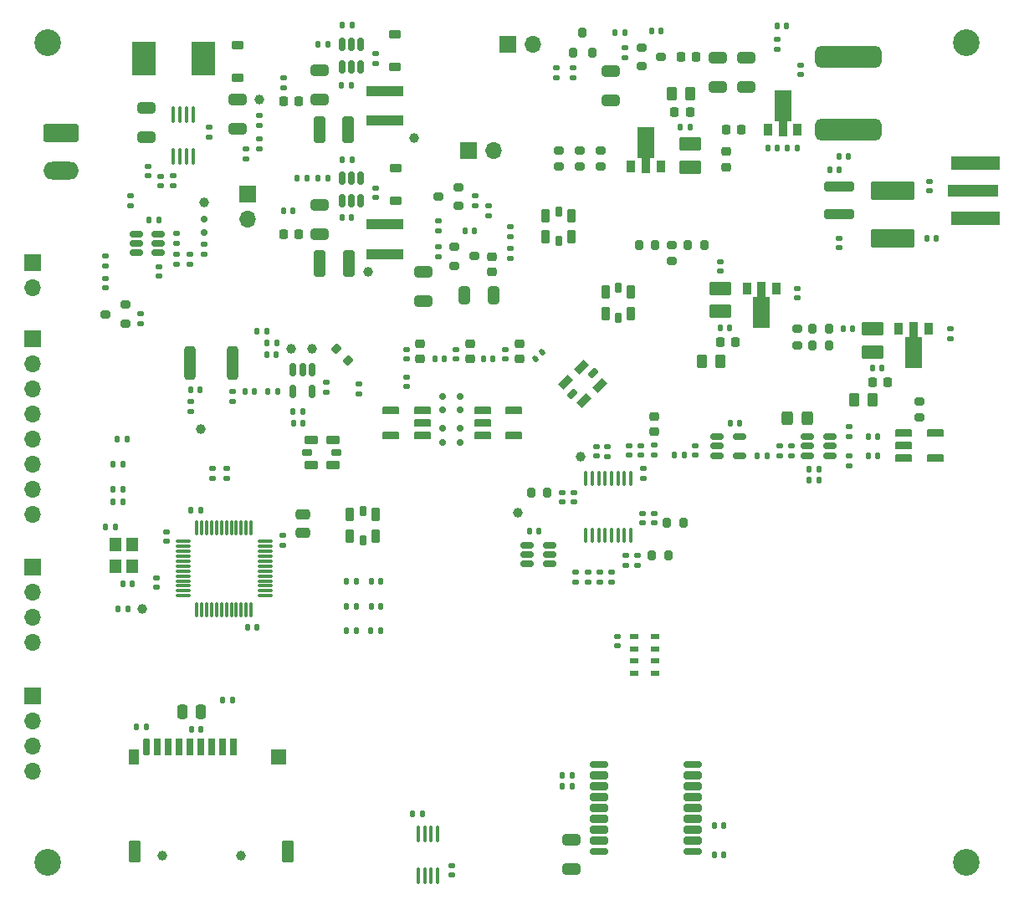
<source format=gts>
%TF.GenerationSoftware,KiCad,Pcbnew,7.0.1*%
%TF.CreationDate,2023-06-24T00:20:47-07:00*%
%TF.ProjectId,Weather_Balloon_Payload_HW,57656174-6865-4725-9f42-616c6c6f6f6e,rev?*%
%TF.SameCoordinates,PX68e7780PY8583b00*%
%TF.FileFunction,Soldermask,Top*%
%TF.FilePolarity,Negative*%
%FSLAX46Y46*%
G04 Gerber Fmt 4.6, Leading zero omitted, Abs format (unit mm)*
G04 Created by KiCad (PCBNEW 7.0.1) date 2023-06-24 00:20:47*
%MOMM*%
%LPD*%
G01*
G04 APERTURE LIST*
G04 Aperture macros list*
%AMRoundRect*
0 Rectangle with rounded corners*
0 $1 Rounding radius*
0 $2 $3 $4 $5 $6 $7 $8 $9 X,Y pos of 4 corners*
0 Add a 4 corners polygon primitive as box body*
4,1,4,$2,$3,$4,$5,$6,$7,$8,$9,$2,$3,0*
0 Add four circle primitives for the rounded corners*
1,1,$1+$1,$2,$3*
1,1,$1+$1,$4,$5*
1,1,$1+$1,$6,$7*
1,1,$1+$1,$8,$9*
0 Add four rect primitives between the rounded corners*
20,1,$1+$1,$2,$3,$4,$5,0*
20,1,$1+$1,$4,$5,$6,$7,0*
20,1,$1+$1,$6,$7,$8,$9,0*
20,1,$1+$1,$8,$9,$2,$3,0*%
%AMFreePoly0*
4,1,9,3.862500,-0.866500,0.737500,-0.866500,0.737500,-0.450000,-0.737500,-0.450000,-0.737500,0.450000,0.737500,0.450000,0.737500,0.866500,3.862500,0.866500,3.862500,-0.866500,3.862500,-0.866500,$1*%
G04 Aperture macros list end*
%ADD10RoundRect,0.200000X-0.200000X-0.275000X0.200000X-0.275000X0.200000X0.275000X-0.200000X0.275000X0*%
%ADD11RoundRect,0.140000X0.140000X0.170000X-0.140000X0.170000X-0.140000X-0.170000X0.140000X-0.170000X0*%
%ADD12RoundRect,0.135000X0.185000X-0.135000X0.185000X0.135000X-0.185000X0.135000X-0.185000X-0.135000X0*%
%ADD13RoundRect,0.150000X-0.150000X0.512500X-0.150000X-0.512500X0.150000X-0.512500X0.150000X0.512500X0*%
%ADD14RoundRect,0.135000X-0.185000X0.135000X-0.185000X-0.135000X0.185000X-0.135000X0.185000X0.135000X0*%
%ADD15RoundRect,0.140000X-0.140000X-0.170000X0.140000X-0.170000X0.140000X0.170000X-0.140000X0.170000X0*%
%ADD16RoundRect,0.140000X-0.170000X0.140000X-0.170000X-0.140000X0.170000X-0.140000X0.170000X0.140000X0*%
%ADD17RoundRect,0.225000X0.250000X-0.225000X0.250000X0.225000X-0.250000X0.225000X-0.250000X-0.225000X0*%
%ADD18RoundRect,0.200000X0.275000X-0.200000X0.275000X0.200000X-0.275000X0.200000X-0.275000X-0.200000X0*%
%ADD19R,3.700000X1.100000*%
%ADD20RoundRect,0.147500X0.147500X0.172500X-0.147500X0.172500X-0.147500X-0.172500X0.147500X-0.172500X0*%
%ADD21RoundRect,0.140000X0.170000X-0.140000X0.170000X0.140000X-0.170000X0.140000X-0.170000X-0.140000X0*%
%ADD22RoundRect,0.135000X0.135000X0.185000X-0.135000X0.185000X-0.135000X-0.185000X0.135000X-0.185000X0*%
%ADD23RoundRect,0.135000X-0.135000X-0.185000X0.135000X-0.185000X0.135000X0.185000X-0.135000X0.185000X0*%
%ADD24RoundRect,0.250000X-0.650000X0.325000X-0.650000X-0.325000X0.650000X-0.325000X0.650000X0.325000X0*%
%ADD25RoundRect,0.250000X0.262500X0.450000X-0.262500X0.450000X-0.262500X-0.450000X0.262500X-0.450000X0*%
%ADD26RoundRect,0.150000X-0.200000X0.150000X-0.200000X-0.150000X0.200000X-0.150000X0.200000X0.150000X0*%
%ADD27RoundRect,0.089000X2.136000X-0.801000X2.136000X0.801000X-2.136000X0.801000X-2.136000X-0.801000X0*%
%ADD28RoundRect,0.250000X0.325000X1.100000X-0.325000X1.100000X-0.325000X-1.100000X0.325000X-1.100000X0*%
%ADD29C,2.700000*%
%ADD30RoundRect,0.200000X0.200000X0.275000X-0.200000X0.275000X-0.200000X-0.275000X0.200000X-0.275000X0*%
%ADD31RoundRect,0.250000X-0.325000X-0.450000X0.325000X-0.450000X0.325000X0.450000X-0.325000X0.450000X0*%
%ADD32RoundRect,0.076200X0.749300X-0.304800X0.749300X0.304800X-0.749300X0.304800X-0.749300X-0.304800X0*%
%ADD33RoundRect,0.225000X0.225000X0.250000X-0.225000X0.250000X-0.225000X-0.250000X0.225000X-0.250000X0*%
%ADD34RoundRect,0.150000X0.200000X-0.150000X0.200000X0.150000X-0.200000X0.150000X-0.200000X-0.150000X0*%
%ADD35R,1.700000X1.700000*%
%ADD36O,1.700000X1.700000*%
%ADD37R,0.950000X0.550000*%
%ADD38C,1.000000*%
%ADD39RoundRect,0.100000X0.100000X-0.712500X0.100000X0.712500X-0.100000X0.712500X-0.100000X-0.712500X0*%
%ADD40RoundRect,0.200000X0.335876X0.053033X0.053033X0.335876X-0.335876X-0.053033X-0.053033X-0.335876X0*%
%ADD41RoundRect,0.225000X0.375000X-0.225000X0.375000X0.225000X-0.375000X0.225000X-0.375000X-0.225000X0*%
%ADD42RoundRect,0.218750X0.256250X-0.218750X0.256250X0.218750X-0.256250X0.218750X-0.256250X-0.218750X0*%
%ADD43RoundRect,0.035000X-0.315000X-0.765000X0.315000X-0.765000X0.315000X0.765000X-0.315000X0.765000X0*%
%ADD44RoundRect,0.032500X-0.292500X-0.767500X0.292500X-0.767500X0.292500X0.767500X-0.292500X0.767500X0*%
%ADD45RoundRect,0.055000X-0.495000X-0.695000X0.495000X-0.695000X0.495000X0.695000X-0.495000X0.695000X0*%
%ADD46RoundRect,0.060000X-0.540000X-1.040000X0.540000X-1.040000X0.540000X1.040000X-0.540000X1.040000X0*%
%ADD47RoundRect,0.075000X-0.725000X-0.675000X0.725000X-0.675000X0.725000X0.675000X-0.725000X0.675000X0*%
%ADD48RoundRect,0.225000X-0.250000X0.225000X-0.250000X-0.225000X0.250000X-0.225000X0.250000X0.225000X0*%
%ADD49RoundRect,0.250000X-1.550000X0.650000X-1.550000X-0.650000X1.550000X-0.650000X1.550000X0.650000X0*%
%ADD50O,3.600000X1.800000*%
%ADD51RoundRect,0.075000X-0.662500X-0.075000X0.662500X-0.075000X0.662500X0.075000X-0.662500X0.075000X0*%
%ADD52RoundRect,0.075000X-0.075000X-0.662500X0.075000X-0.662500X0.075000X0.662500X-0.075000X0.662500X0*%
%ADD53R,5.200000X1.270000*%
%ADD54R,4.900000X1.350000*%
%ADD55RoundRect,0.150000X-0.512500X-0.150000X0.512500X-0.150000X0.512500X0.150000X-0.512500X0.150000X0*%
%ADD56RoundRect,0.140000X-0.021213X0.219203X-0.219203X0.021213X0.021213X-0.219203X0.219203X-0.021213X0*%
%ADD57RoundRect,0.100000X-0.100000X0.637500X-0.100000X-0.637500X0.100000X-0.637500X0.100000X0.637500X0*%
%ADD58R,2.350000X3.500000*%
%ADD59RoundRect,0.250000X0.250000X0.475000X-0.250000X0.475000X-0.250000X-0.475000X0.250000X-0.475000X0*%
%ADD60RoundRect,0.225000X-0.225000X-0.250000X0.225000X-0.250000X0.225000X0.250000X-0.225000X0.250000X0*%
%ADD61RoundRect,0.200000X-0.275000X0.200000X-0.275000X-0.200000X0.275000X-0.200000X0.275000X0.200000X0*%
%ADD62RoundRect,0.540000X-2.825000X0.540000X-2.825000X-0.540000X2.825000X-0.540000X2.825000X0.540000X0*%
%ADD63RoundRect,0.200000X-0.300000X-0.200000X0.300000X-0.200000X0.300000X0.200000X-0.300000X0.200000X0*%
%ADD64RoundRect,0.250000X0.650000X-0.325000X0.650000X0.325000X-0.650000X0.325000X-0.650000X-0.325000X0*%
%ADD65RoundRect,0.218750X-0.218750X-0.256250X0.218750X-0.256250X0.218750X0.256250X-0.218750X0.256250X0*%
%ADD66RoundRect,0.147500X-0.172500X0.147500X-0.172500X-0.147500X0.172500X-0.147500X0.172500X0.147500X0*%
%ADD67RoundRect,0.175000X-0.725000X-0.175000X0.725000X-0.175000X0.725000X0.175000X-0.725000X0.175000X0*%
%ADD68RoundRect,0.200000X-0.700000X-0.200000X0.700000X-0.200000X0.700000X0.200000X-0.700000X0.200000X0*%
%ADD69R,0.900000X1.300000*%
%ADD70FreePoly0,90.000000*%
%ADD71C,0.100000*%
%ADD72RoundRect,0.250000X0.325000X0.650000X-0.325000X0.650000X-0.325000X-0.650000X0.325000X-0.650000X0*%
%ADD73RoundRect,0.255000X-1.270000X0.255000X-1.270000X-0.255000X1.270000X-0.255000X1.270000X0.255000X0*%
%ADD74RoundRect,0.100000X-0.100000X0.712500X-0.100000X-0.712500X0.100000X-0.712500X0.100000X0.712500X0*%
%ADD75RoundRect,0.076200X-0.749300X0.304800X-0.749300X-0.304800X0.749300X-0.304800X0.749300X0.304800X0*%
%ADD76FreePoly0,270.000000*%
%ADD77RoundRect,0.250001X0.849999X-0.462499X0.849999X0.462499X-0.849999X0.462499X-0.849999X-0.462499X0*%
%ADD78RoundRect,0.250000X-0.312500X-1.450000X0.312500X-1.450000X0.312500X1.450000X-0.312500X1.450000X0*%
%ADD79R,1.200000X1.400000*%
%ADD80RoundRect,0.250000X0.475000X-0.250000X0.475000X0.250000X-0.475000X0.250000X-0.475000X-0.250000X0*%
%ADD81RoundRect,0.250001X-0.849999X0.462499X-0.849999X-0.462499X0.849999X-0.462499X0.849999X0.462499X0*%
%ADD82RoundRect,0.090000X-0.410000X-0.210000X0.410000X-0.210000X0.410000X0.210000X-0.410000X0.210000X0*%
%ADD83RoundRect,0.120000X-0.580000X-0.280000X0.580000X-0.280000X0.580000X0.280000X-0.580000X0.280000X0*%
%ADD84RoundRect,0.200000X0.300000X0.200000X-0.300000X0.200000X-0.300000X-0.200000X0.300000X-0.200000X0*%
%ADD85RoundRect,0.200000X0.200000X-0.300000X0.200000X0.300000X-0.200000X0.300000X-0.200000X-0.300000X0*%
%ADD86RoundRect,0.090000X0.210000X-0.410000X0.210000X0.410000X-0.210000X0.410000X-0.210000X-0.410000X0*%
%ADD87RoundRect,0.120000X0.280000X-0.580000X0.280000X0.580000X-0.280000X0.580000X-0.280000X-0.580000X0*%
%ADD88RoundRect,0.218750X-0.256250X0.218750X-0.256250X-0.218750X0.256250X-0.218750X0.256250X0.218750X0*%
%ADD89RoundRect,0.090000X-0.141421X-0.438406X0.438406X0.141421X0.141421X0.438406X-0.438406X-0.141421X0*%
%ADD90RoundRect,0.120000X-0.212132X-0.608112X0.608112X0.212132X0.212132X0.608112X-0.608112X-0.212132X0*%
%ADD91RoundRect,0.147500X0.172500X-0.147500X0.172500X0.147500X-0.172500X0.147500X-0.172500X-0.147500X0*%
%ADD92RoundRect,0.090000X-0.210000X0.410000X-0.210000X-0.410000X0.210000X-0.410000X0.210000X0.410000X0*%
%ADD93RoundRect,0.120000X-0.280000X0.580000X-0.280000X-0.580000X0.280000X-0.580000X0.280000X0.580000X0*%
G04 APERTURE END LIST*
D10*
%TO.C,R33*%
X64650000Y34562500D03*
X66300000Y34562500D03*
%TD*%
D11*
%TO.C,C59*%
X53205000Y37000000D03*
X52245000Y37000000D03*
%TD*%
D12*
%TO.C,R58*%
X43050000Y64780000D03*
X43050000Y65800000D03*
%TD*%
D13*
%TO.C,U15*%
X30250000Y53417500D03*
X29300000Y53417500D03*
X28350000Y53417500D03*
X28350000Y51142500D03*
X30250000Y51142500D03*
%TD*%
D14*
%TO.C,R40*%
X64925000Y45722500D03*
X64925000Y44702500D03*
%TD*%
D15*
%TO.C,C7*%
X27350000Y69500000D03*
X28310000Y69500000D03*
%TD*%
D16*
%TO.C,C42*%
X79350000Y61600000D03*
X79350000Y60640000D03*
%TD*%
D17*
%TO.C,C50*%
X64925000Y47112500D03*
X64925000Y48662500D03*
%TD*%
D18*
%TO.C,R48*%
X66650000Y64350000D03*
X66650000Y66000000D03*
%TD*%
D19*
%TO.C,L2*%
X37587500Y68100000D03*
X37587500Y65100000D03*
%TD*%
D20*
%TO.C,D11*%
X37190000Y26950000D03*
X36220000Y26950000D03*
%TD*%
D21*
%TO.C,C60*%
X31700000Y51130000D03*
X31700000Y52090000D03*
%TD*%
D22*
%TO.C,R69*%
X34770000Y29450000D03*
X33750000Y29450000D03*
%TD*%
D23*
%TO.C,R53*%
X24680000Y57300000D03*
X25700000Y57300000D03*
%TD*%
D24*
%TO.C,C29*%
X60500000Y83625000D03*
X60500000Y80675000D03*
%TD*%
D25*
%TO.C,R56*%
X68500000Y81300000D03*
X66675000Y81300000D03*
%TD*%
D26*
%TO.C,D7*%
X45250000Y49300000D03*
X45250000Y50700000D03*
%TD*%
D27*
%TO.C,L15*%
X89000000Y66700000D03*
X89000000Y71500000D03*
%TD*%
D28*
%TO.C,C11*%
X33987500Y64100000D03*
X31037500Y64100000D03*
%TD*%
D29*
%TO.C,H1*%
X3500000Y86500000D03*
%TD*%
D30*
%TO.C,R35*%
X54075000Y40962500D03*
X52425000Y40962500D03*
%TD*%
D12*
%TO.C,R57*%
X77300000Y85800000D03*
X77300000Y86820000D03*
%TD*%
D31*
%TO.C,L6*%
X78350000Y48450000D03*
X80400000Y48450000D03*
%TD*%
D24*
%TO.C,C82*%
X74200000Y84950000D03*
X74200000Y82000000D03*
%TD*%
%TO.C,C12*%
X22700000Y80700000D03*
X22700000Y77750000D03*
%TD*%
D32*
%TO.C,T3*%
X41400000Y49270000D03*
X41400000Y48000000D03*
X41400000Y46730000D03*
X38200000Y46730000D03*
X38200000Y49270000D03*
%TD*%
D15*
%TO.C,C27*%
X9390000Y37500000D03*
X10350000Y37500000D03*
%TD*%
D22*
%TO.C,R43*%
X76360000Y44700000D03*
X75340000Y44700000D03*
%TD*%
D15*
%TO.C,C83*%
X83590000Y75000000D03*
X84550000Y75000000D03*
%TD*%
D33*
%TO.C,C74*%
X68500000Y79450000D03*
X66950000Y79450000D03*
%TD*%
D34*
%TO.C,D4*%
X19300000Y68650000D03*
X19300000Y67250000D03*
%TD*%
D35*
%TO.C,JP2*%
X46060000Y75550000D03*
D36*
X48600000Y75550000D03*
%TD*%
D22*
%TO.C,R23*%
X11600000Y29150000D03*
X10580000Y29150000D03*
%TD*%
D23*
%TO.C,R17*%
X10090000Y41300000D03*
X11110000Y41300000D03*
%TD*%
D15*
%TO.C,C58*%
X86550000Y44700000D03*
X87510000Y44700000D03*
%TD*%
D37*
%TO.C,U6*%
X62825000Y26375000D03*
X62825000Y25125000D03*
X62825000Y23875000D03*
X62825000Y22625000D03*
X64975000Y22625000D03*
X64975000Y23875000D03*
X64975000Y25125000D03*
X64975000Y26375000D03*
%TD*%
D22*
%TO.C,R68*%
X34770000Y26950000D03*
X33750000Y26950000D03*
%TD*%
D34*
%TO.C,D6*%
X43500000Y50700000D03*
X43500000Y49300000D03*
%TD*%
D16*
%TO.C,C87*%
X83600000Y66700000D03*
X83600000Y65740000D03*
%TD*%
D38*
%TO.C,TP8*%
X28150000Y55530000D03*
%TD*%
D22*
%TO.C,R4*%
X29760000Y72750000D03*
X28740000Y72750000D03*
%TD*%
D39*
%TO.C,U3*%
X16250000Y74975000D03*
X16900000Y74975000D03*
X17550000Y74975000D03*
X18200000Y74975000D03*
X18200000Y79200000D03*
X17550000Y79200000D03*
X16900000Y79200000D03*
X16250000Y79200000D03*
%TD*%
D22*
%TO.C,R66*%
X22220000Y19950000D03*
X21200000Y19950000D03*
%TD*%
D16*
%TO.C,C16*%
X16530000Y65050000D03*
X16530000Y64090000D03*
%TD*%
D40*
%TO.C,R50*%
X33916726Y54343274D03*
X32750000Y55510000D03*
%TD*%
D16*
%TO.C,C66*%
X39800000Y52630000D03*
X39800000Y51670000D03*
%TD*%
D21*
%TO.C,C20*%
X61150000Y25440000D03*
X61150000Y26400000D03*
%TD*%
%TO.C,C47*%
X64875000Y37862500D03*
X64875000Y38822500D03*
%TD*%
D16*
%TO.C,C45*%
X71550000Y64330000D03*
X71550000Y63370000D03*
%TD*%
D20*
%TO.C,D12*%
X37205000Y29450000D03*
X36235000Y29450000D03*
%TD*%
D11*
%TO.C,C86*%
X83590000Y73600000D03*
X82630000Y73600000D03*
%TD*%
D12*
%TO.C,R13*%
X19300000Y65050000D03*
X19300000Y66070000D03*
%TD*%
D23*
%TO.C,R18*%
X10100000Y40000000D03*
X11120000Y40000000D03*
%TD*%
D21*
%TO.C,C6*%
X27350000Y81950000D03*
X27350000Y82910000D03*
%TD*%
D12*
%TO.C,R21*%
X21600000Y42400000D03*
X21600000Y43420000D03*
%TD*%
D13*
%TO.C,U2*%
X35187500Y72737500D03*
X34237500Y72737500D03*
X33287500Y72737500D03*
X33287500Y70462500D03*
X34237500Y70462500D03*
X35187500Y70462500D03*
%TD*%
D15*
%TO.C,C30*%
X64640000Y87700000D03*
X65600000Y87700000D03*
%TD*%
D41*
%TO.C,D1*%
X38637500Y84000000D03*
X38637500Y87300000D03*
%TD*%
D10*
%TO.C,R34*%
X80900000Y55850000D03*
X82550000Y55850000D03*
%TD*%
D16*
%TO.C,C24*%
X27300000Y36600000D03*
X27300000Y35640000D03*
%TD*%
D14*
%TO.C,R6*%
X24900000Y79150000D03*
X24900000Y78130000D03*
%TD*%
D23*
%TO.C,R20*%
X40430000Y8400000D03*
X41450000Y8400000D03*
%TD*%
D16*
%TO.C,C36*%
X94900000Y57500000D03*
X94900000Y56540000D03*
%TD*%
D14*
%TO.C,R44*%
X84650000Y47620000D03*
X84650000Y46600000D03*
%TD*%
D11*
%TO.C,C64*%
X18910000Y51330000D03*
X17950000Y51330000D03*
%TD*%
D38*
%TO.C,TP5*%
X13050000Y29150000D03*
%TD*%
D42*
%TO.C,L10*%
X51300000Y54450000D03*
X51300000Y56025000D03*
%TD*%
D38*
%TO.C,TP1*%
X19300000Y70300000D03*
%TD*%
D16*
%TO.C,C61*%
X35000000Y51910000D03*
X35000000Y50950000D03*
%TD*%
D21*
%TO.C,C34*%
X62000000Y33602500D03*
X62000000Y34562500D03*
%TD*%
D15*
%TO.C,C78*%
X45740000Y67450000D03*
X46700000Y67450000D03*
%TD*%
D38*
%TO.C,J9*%
X15100000Y4200000D03*
X23100000Y4200000D03*
D43*
X22300000Y15200000D03*
X21200000Y15200000D03*
X20100000Y15200000D03*
X19000000Y15200000D03*
X17900000Y15200000D03*
X16800000Y15200000D03*
X15700000Y15200000D03*
X14600000Y15200000D03*
D44*
X13500000Y15200000D03*
D45*
X12250000Y14200000D03*
D46*
X12300000Y4600000D03*
D47*
X26900000Y14200000D03*
D46*
X27800000Y4600000D03*
%TD*%
D48*
%TO.C,C76*%
X72150000Y75450000D03*
X72150000Y73900000D03*
%TD*%
D49*
%TO.C,J1*%
X4832500Y77350000D03*
D50*
X4832500Y73540000D03*
%TD*%
D14*
%TO.C,R9*%
X16250000Y73020000D03*
X16250000Y72000000D03*
%TD*%
D51*
%TO.C,U8*%
X17187500Y36000000D03*
X17187500Y35500000D03*
X17187500Y35000000D03*
X17187500Y34500000D03*
X17187500Y34000000D03*
X17187500Y33500000D03*
X17187500Y33000000D03*
X17187500Y32500000D03*
X17187500Y32000000D03*
X17187500Y31500000D03*
X17187500Y31000000D03*
X17187500Y30500000D03*
D52*
X18600000Y29087500D03*
X19100000Y29087500D03*
X19600000Y29087500D03*
X20100000Y29087500D03*
X20600000Y29087500D03*
X21100000Y29087500D03*
X21600000Y29087500D03*
X22100000Y29087500D03*
X22600000Y29087500D03*
X23100000Y29087500D03*
X23600000Y29087500D03*
X24100000Y29087500D03*
D51*
X25512500Y30500000D03*
X25512500Y31000000D03*
X25512500Y31500000D03*
X25512500Y32000000D03*
X25512500Y32500000D03*
X25512500Y33000000D03*
X25512500Y33500000D03*
X25512500Y34000000D03*
X25512500Y34500000D03*
X25512500Y35000000D03*
X25512500Y35500000D03*
X25512500Y36000000D03*
D52*
X24100000Y37412500D03*
X23600000Y37412500D03*
X23100000Y37412500D03*
X22600000Y37412500D03*
X22100000Y37412500D03*
X21600000Y37412500D03*
X21100000Y37412500D03*
X20600000Y37412500D03*
X20100000Y37412500D03*
X19600000Y37412500D03*
X19100000Y37412500D03*
X18600000Y37412500D03*
%TD*%
D53*
%TO.C,J8*%
X97157500Y71500000D03*
D54*
X97407500Y68675000D03*
X97407500Y74325000D03*
%TD*%
D16*
%TO.C,C14*%
X13650000Y73950000D03*
X13650000Y72990000D03*
%TD*%
D38*
%TO.C,TP9*%
X57425000Y44612500D03*
%TD*%
D55*
%TO.C,U14*%
X52025000Y35600000D03*
X52025000Y34650000D03*
X52025000Y33700000D03*
X54300000Y33700000D03*
X54300000Y34650000D03*
X54300000Y35600000D03*
%TD*%
D23*
%TO.C,R5*%
X30880000Y72750000D03*
X31900000Y72750000D03*
%TD*%
D56*
%TO.C,C73*%
X53539411Y55139411D03*
X52860589Y54460589D03*
%TD*%
D11*
%TO.C,C56*%
X81550000Y42200000D03*
X80590000Y42200000D03*
%TD*%
D35*
%TO.C,J10*%
X2000000Y64190000D03*
D36*
X2000000Y61650000D03*
%TD*%
D15*
%TO.C,C57*%
X86550000Y46600000D03*
X87510000Y46600000D03*
%TD*%
D57*
%TO.C,U9*%
X62525000Y42362500D03*
X61875000Y42362500D03*
X61225000Y42362500D03*
X60575000Y42362500D03*
X59925000Y42362500D03*
X59275000Y42362500D03*
X58625000Y42362500D03*
X57975000Y42362500D03*
X57975000Y36637500D03*
X58625000Y36637500D03*
X59275000Y36637500D03*
X59925000Y36637500D03*
X60575000Y36637500D03*
X61225000Y36637500D03*
X61875000Y36637500D03*
X62525000Y36637500D03*
%TD*%
D23*
%TO.C,R67*%
X12480000Y17200000D03*
X13500000Y17200000D03*
%TD*%
D18*
%TO.C,R62*%
X55200000Y73950000D03*
X55200000Y75600000D03*
%TD*%
D21*
%TO.C,C49*%
X63525000Y44712500D03*
X63525000Y45672500D03*
%TD*%
D25*
%TO.C,R41*%
X71550000Y54200000D03*
X69725000Y54200000D03*
%TD*%
D21*
%TO.C,C54*%
X78750000Y44700000D03*
X78750000Y45660000D03*
%TD*%
D14*
%TO.C,R24*%
X56700000Y83950000D03*
X56700000Y82930000D03*
%TD*%
D25*
%TO.C,R37*%
X86950000Y50300000D03*
X85125000Y50300000D03*
%TD*%
D21*
%TO.C,C26*%
X14500000Y31350000D03*
X14500000Y32310000D03*
%TD*%
D10*
%TO.C,R36*%
X66175000Y37862500D03*
X67825000Y37862500D03*
%TD*%
D12*
%TO.C,R28*%
X58200000Y31880000D03*
X58200000Y32900000D03*
%TD*%
D21*
%TO.C,C5*%
X36687500Y84400000D03*
X36687500Y85360000D03*
%TD*%
D19*
%TO.C,L1*%
X37587500Y81600000D03*
X37587500Y78600000D03*
%TD*%
D58*
%TO.C,L3*%
X13225000Y84900000D03*
X19275000Y84900000D03*
%TD*%
D55*
%TO.C,U12*%
X71262500Y46600000D03*
X71262500Y45650000D03*
X71262500Y44700000D03*
X73537500Y44700000D03*
X73537500Y46600000D03*
%TD*%
D21*
%TO.C,C65*%
X22200000Y50182500D03*
X22200000Y51142500D03*
%TD*%
D28*
%TO.C,C2*%
X33937500Y77650000D03*
X30987500Y77650000D03*
%TD*%
D59*
%TO.C,C84*%
X19000000Y18750000D03*
X17100000Y18750000D03*
%TD*%
D60*
%TO.C,C43*%
X71550000Y56200000D03*
X73100000Y56200000D03*
%TD*%
D21*
%TO.C,C70*%
X49850000Y54450000D03*
X49850000Y55410000D03*
%TD*%
D12*
%TO.C,R65*%
X46750000Y69950000D03*
X46750000Y70970000D03*
%TD*%
D30*
%TO.C,R49*%
X65000000Y66000000D03*
X63350000Y66000000D03*
%TD*%
D23*
%TO.C,R16*%
X10090000Y43800000D03*
X11110000Y43800000D03*
%TD*%
D18*
%TO.C,R64*%
X57350000Y73950000D03*
X57350000Y75600000D03*
%TD*%
D61*
%TO.C,R63*%
X59500000Y75600000D03*
X59500000Y73950000D03*
%TD*%
D14*
%TO.C,R30*%
X59400000Y32900000D03*
X59400000Y31880000D03*
%TD*%
D24*
%TO.C,C31*%
X71300000Y84950000D03*
X71300000Y82000000D03*
%TD*%
D21*
%TO.C,C53*%
X77550000Y44700000D03*
X77550000Y45660000D03*
%TD*%
D62*
%TO.C,L13*%
X84550000Y85020000D03*
X84550000Y77650000D03*
%TD*%
D12*
%TO.C,R22*%
X20200000Y42400000D03*
X20200000Y43420000D03*
%TD*%
D63*
%TO.C,Q4*%
X44680000Y65810000D03*
X44680000Y63910000D03*
X46680000Y64860000D03*
%TD*%
D35*
%TO.C,J3*%
X2000000Y33370000D03*
D36*
X2000000Y30830000D03*
X2000000Y28290000D03*
X2000000Y25750000D03*
%TD*%
D64*
%TO.C,C19*%
X56500000Y2875000D03*
X56500000Y5825000D03*
%TD*%
D65*
%TO.C,L12*%
X72150000Y77650000D03*
X73725000Y77650000D03*
%TD*%
D15*
%TO.C,C75*%
X67540000Y77962500D03*
X68500000Y77962500D03*
%TD*%
D14*
%TO.C,R31*%
X60600000Y32900000D03*
X60600000Y31880000D03*
%TD*%
D42*
%TO.C,L9*%
X46250000Y54450000D03*
X46250000Y56025000D03*
%TD*%
D21*
%TO.C,C10*%
X36737500Y70800000D03*
X36737500Y71760000D03*
%TD*%
D66*
%TO.C,D10*%
X50300000Y67820000D03*
X50300000Y66850000D03*
%TD*%
D67*
%TO.C,U5*%
X59300000Y13400000D03*
D68*
X59300000Y12300000D03*
X59300000Y11200000D03*
X59300000Y10100000D03*
X59300000Y9000000D03*
X59300000Y7900000D03*
X59300000Y6800000D03*
X59300000Y5700000D03*
D67*
X59300000Y4600000D03*
X68800000Y4600000D03*
D68*
X68800000Y5700000D03*
X68800000Y6800000D03*
X68800000Y7900000D03*
X68800000Y9000000D03*
X68800000Y10100000D03*
X68800000Y11200000D03*
X68800000Y12300000D03*
D67*
X68800000Y13400000D03*
%TD*%
D24*
%TO.C,C18*%
X13500000Y79850000D03*
X13500000Y76900000D03*
%TD*%
D21*
%TO.C,C51*%
X69075000Y44712500D03*
X69075000Y45672500D03*
%TD*%
D15*
%TO.C,C55*%
X80590000Y43300000D03*
X81550000Y43300000D03*
%TD*%
D20*
%TO.C,D13*%
X37205000Y32000000D03*
X36235000Y32000000D03*
%TD*%
D12*
%TO.C,R71*%
X48150000Y68930000D03*
X48150000Y69950000D03*
%TD*%
D21*
%TO.C,C89*%
X19850000Y76940000D03*
X19850000Y77900000D03*
%TD*%
D15*
%TO.C,C88*%
X28400000Y47980000D03*
X29360000Y47980000D03*
%TD*%
D35*
%TO.C,JP3*%
X23750000Y71190000D03*
D36*
X23750000Y68650000D03*
%TD*%
D10*
%TO.C,R39*%
X80900000Y57500000D03*
X82550000Y57500000D03*
%TD*%
D12*
%TO.C,R45*%
X84650000Y43680000D03*
X84650000Y44700000D03*
%TD*%
D22*
%TO.C,R55*%
X29370000Y49180000D03*
X28350000Y49180000D03*
%TD*%
D14*
%TO.C,R52*%
X17950000Y50130000D03*
X17950000Y49110000D03*
%TD*%
D35*
%TO.C,JP1*%
X50110000Y86350000D03*
D36*
X52650000Y86350000D03*
%TD*%
D60*
%TO.C,C39*%
X86950000Y52100000D03*
X88500000Y52100000D03*
%TD*%
D69*
%TO.C,U16*%
X62550000Y73925000D03*
D70*
X64050000Y74012500D03*
D69*
X65550000Y73925000D03*
%TD*%
D22*
%TO.C,R2*%
X31850000Y86300000D03*
X30830000Y86300000D03*
%TD*%
D71*
%TO.C,ANT1*%
X87050000Y20900000D03*
%TD*%
D23*
%TO.C,R14*%
X55580000Y11200000D03*
X56600000Y11200000D03*
%TD*%
D16*
%TO.C,C21*%
X44400000Y3160000D03*
X44400000Y2200000D03*
%TD*%
D72*
%TO.C,C79*%
X48600000Y60950000D03*
X45650000Y60950000D03*
%TD*%
D21*
%TO.C,C32*%
X59025000Y44632500D03*
X59025000Y45592500D03*
%TD*%
%TO.C,C67*%
X39800000Y54450000D03*
X39800000Y55410000D03*
%TD*%
D73*
%TO.C,L14*%
X83590000Y71900000D03*
X83590000Y69100000D03*
%TD*%
D21*
%TO.C,C81*%
X79700000Y83270000D03*
X79700000Y84230000D03*
%TD*%
D41*
%TO.C,D2*%
X38687500Y70450000D03*
X38687500Y73750000D03*
%TD*%
D12*
%TO.C,R29*%
X56950000Y31880000D03*
X56950000Y32900000D03*
%TD*%
D15*
%TO.C,C80*%
X76400000Y75800000D03*
X77360000Y75800000D03*
%TD*%
D11*
%TO.C,C52*%
X73550000Y47950000D03*
X72590000Y47950000D03*
%TD*%
D16*
%TO.C,C46*%
X55575000Y40962500D03*
X55575000Y40002500D03*
%TD*%
D12*
%TO.C,R10*%
X11900000Y69980000D03*
X11900000Y71000000D03*
%TD*%
D16*
%TO.C,C37*%
X63725000Y38822500D03*
X63725000Y37862500D03*
%TD*%
D74*
%TO.C,U18*%
X42975000Y6412500D03*
X42325000Y6412500D03*
X41675000Y6412500D03*
X41025000Y6412500D03*
X41025000Y2187500D03*
X41675000Y2187500D03*
X42325000Y2187500D03*
X42975000Y2187500D03*
%TD*%
D12*
%TO.C,R25*%
X61950000Y84980000D03*
X61950000Y86000000D03*
%TD*%
D75*
%TO.C,T1*%
X90100000Y44380000D03*
X90100000Y45650000D03*
X90100000Y46920000D03*
X93300000Y46920000D03*
X93300000Y44380000D03*
%TD*%
D69*
%TO.C,U10*%
X92650000Y57500000D03*
D76*
X91150000Y57412500D03*
D69*
X89650000Y57500000D03*
%TD*%
D14*
%TO.C,R12*%
X16530000Y67170000D03*
X16530000Y66150000D03*
%TD*%
D15*
%TO.C,C90*%
X70950000Y7200000D03*
X71910000Y7200000D03*
%TD*%
D21*
%TO.C,C69*%
X44850000Y54450000D03*
X44850000Y55410000D03*
%TD*%
D77*
%TO.C,L4*%
X86980000Y55187500D03*
X86980000Y57512500D03*
%TD*%
D69*
%TO.C,U11*%
X77250000Y61600000D03*
D76*
X75750000Y61512500D03*
D69*
X74250000Y61600000D03*
%TD*%
D18*
%TO.C,R46*%
X91700000Y48550000D03*
X91700000Y50200000D03*
%TD*%
D78*
%TO.C,L7*%
X17925000Y54080000D03*
X22200000Y54080000D03*
%TD*%
D12*
%TO.C,R7*%
X24900000Y75750000D03*
X24900000Y76770000D03*
%TD*%
D63*
%TO.C,Q2*%
X63600000Y86000000D03*
X63600000Y84100000D03*
X65600000Y85050000D03*
%TD*%
D21*
%TO.C,C13*%
X14950000Y72000000D03*
X14950000Y72960000D03*
%TD*%
D29*
%TO.C,H2*%
X96500000Y86500000D03*
%TD*%
D77*
%TO.C,L5*%
X71550000Y59275000D03*
X71550000Y61600000D03*
%TD*%
D11*
%TO.C,C17*%
X14730000Y68500000D03*
X13770000Y68500000D03*
%TD*%
D79*
%TO.C,Y1*%
X10350000Y35700000D03*
X10350000Y33500000D03*
X12050000Y33500000D03*
X12050000Y35700000D03*
%TD*%
D64*
%TO.C,C1*%
X30987500Y80700000D03*
X30987500Y83650000D03*
%TD*%
D22*
%TO.C,R42*%
X67945000Y44712500D03*
X66925000Y44712500D03*
%TD*%
D11*
%TO.C,C4*%
X34217500Y82200000D03*
X33257500Y82200000D03*
%TD*%
%TO.C,C44*%
X72510000Y57600000D03*
X71550000Y57600000D03*
%TD*%
D12*
%TO.C,R27*%
X43050000Y67450000D03*
X43050000Y68470000D03*
%TD*%
%TO.C,R11*%
X17930000Y64030000D03*
X17930000Y65050000D03*
%TD*%
D23*
%TO.C,R1*%
X33300000Y74600000D03*
X34320000Y74600000D03*
%TD*%
D38*
%TO.C,TP3*%
X40600000Y76850000D03*
%TD*%
D14*
%TO.C,R32*%
X63775000Y43362500D03*
X63775000Y42342500D03*
%TD*%
D42*
%TO.C,L8*%
X41150000Y54450000D03*
X41150000Y56025000D03*
%TD*%
D23*
%TO.C,R54*%
X25700000Y56050000D03*
X26720000Y56050000D03*
%TD*%
D55*
%TO.C,U4*%
X12442500Y67100000D03*
X12442500Y66150000D03*
X12442500Y65200000D03*
X14717500Y65200000D03*
X14717500Y66150000D03*
X14717500Y67100000D03*
%TD*%
D15*
%TO.C,C71*%
X70950000Y4250000D03*
X71910000Y4250000D03*
%TD*%
D16*
%TO.C,C38*%
X63200000Y34562500D03*
X63200000Y33602500D03*
%TD*%
D22*
%TO.C,R19*%
X11570000Y46355000D03*
X10550000Y46355000D03*
%TD*%
D38*
%TO.C,TP7*%
X30250000Y55530000D03*
%TD*%
D18*
%TO.C,R38*%
X79350000Y55850000D03*
X79350000Y57500000D03*
%TD*%
D75*
%TO.C,T2*%
X47500000Y46730000D03*
X47500000Y48000000D03*
X47500000Y49270000D03*
X50700000Y49270000D03*
X50700000Y46730000D03*
%TD*%
D11*
%TO.C,C9*%
X34237500Y68800000D03*
X33277500Y68800000D03*
%TD*%
D15*
%TO.C,C28*%
X11090000Y31700000D03*
X12050000Y31700000D03*
%TD*%
D35*
%TO.C,J2*%
X2000000Y56515000D03*
D36*
X2000000Y53975000D03*
X2000000Y51435000D03*
X2000000Y48895000D03*
X2000000Y46355000D03*
X2000000Y43815000D03*
X2000000Y41275000D03*
X2000000Y38735000D03*
%TD*%
D22*
%TO.C,R26*%
X61960000Y87500000D03*
X60940000Y87500000D03*
%TD*%
%TO.C,R61*%
X79400000Y75800000D03*
X78380000Y75800000D03*
%TD*%
D55*
%TO.C,U13*%
X80400000Y46600000D03*
X80400000Y45650000D03*
X80400000Y44700000D03*
X82675000Y44700000D03*
X82675000Y45650000D03*
X82675000Y46600000D03*
%TD*%
D69*
%TO.C,U17*%
X76400000Y77650000D03*
D70*
X77900000Y77737500D03*
D69*
X79400000Y77650000D03*
%TD*%
D15*
%TO.C,C41*%
X83990000Y57500000D03*
X84950000Y57500000D03*
%TD*%
D80*
%TO.C,C3*%
X29350000Y36850000D03*
X29350000Y38750000D03*
%TD*%
D26*
%TO.C,D8*%
X45250000Y46050000D03*
X45250000Y47450000D03*
%TD*%
D41*
%TO.C,D3*%
X22700000Y82900000D03*
X22700000Y86200000D03*
%TD*%
D65*
%TO.C,FB2*%
X27350000Y67100000D03*
X28925000Y67100000D03*
%TD*%
D22*
%TO.C,R51*%
X26760000Y51142500D03*
X25740000Y51142500D03*
%TD*%
D81*
%TO.C,L11*%
X68500000Y76225000D03*
X68500000Y73900000D03*
%TD*%
D16*
%TO.C,C15*%
X14730000Y63800000D03*
X14730000Y62840000D03*
%TD*%
D12*
%TO.C,R72*%
X54950000Y82930000D03*
X54950000Y83950000D03*
%TD*%
D82*
%TO.C,J11*%
X29750000Y45000000D03*
X32750000Y45000000D03*
D83*
X30150000Y46300000D03*
X30150000Y43700000D03*
X32350000Y46300000D03*
X32350000Y43700000D03*
%TD*%
D84*
%TO.C,Q3*%
X45050000Y69950000D03*
X45050000Y71850000D03*
X43050000Y70900000D03*
%TD*%
D38*
%TO.C,TP6*%
X51050000Y38900000D03*
%TD*%
D30*
%TO.C,R47*%
X69950000Y66000000D03*
X68300000Y66000000D03*
%TD*%
D14*
%TO.C,R60*%
X9350000Y64920000D03*
X9350000Y63900000D03*
%TD*%
%TO.C,R8*%
X23600000Y75750000D03*
X23600000Y74730000D03*
%TD*%
D85*
%TO.C,Q1*%
X56700000Y85500000D03*
X58600000Y85500000D03*
X57650000Y87500000D03*
%TD*%
D86*
%TO.C,J7*%
X55200000Y66400000D03*
X55200000Y69400000D03*
D87*
X53900000Y66800000D03*
X56500000Y66800000D03*
X53900000Y69000000D03*
X56500000Y69000000D03*
%TD*%
D20*
%TO.C,D5*%
X78270000Y88200000D03*
X77300000Y88200000D03*
%TD*%
D11*
%TO.C,C91*%
X93460000Y66700000D03*
X92500000Y66700000D03*
%TD*%
D24*
%TO.C,C77*%
X41500000Y63250000D03*
X41500000Y60300000D03*
%TD*%
D84*
%TO.C,Q5*%
X11350000Y58050000D03*
X11350000Y59950000D03*
X9350000Y59000000D03*
%TD*%
D21*
%TO.C,C33*%
X60175000Y44612500D03*
X60175000Y45572500D03*
%TD*%
D13*
%TO.C,U1*%
X35187500Y86287500D03*
X34237500Y86287500D03*
X33287500Y86287500D03*
X33287500Y84012500D03*
X34237500Y84012500D03*
X35187500Y84012500D03*
%TD*%
D11*
%TO.C,C23*%
X24700000Y27300000D03*
X23740000Y27300000D03*
%TD*%
D12*
%TO.C,R73*%
X12900000Y58050000D03*
X12900000Y59070000D03*
%TD*%
D23*
%TO.C,R3*%
X33300000Y88300000D03*
X34320000Y88300000D03*
%TD*%
D21*
%TO.C,C35*%
X56725000Y40002500D03*
X56725000Y40962500D03*
%TD*%
D15*
%TO.C,C25*%
X18000000Y39150000D03*
X18960000Y39150000D03*
%TD*%
D21*
%TO.C,C48*%
X62325000Y44712500D03*
X62325000Y45672500D03*
%TD*%
D65*
%TO.C,FB1*%
X27350000Y80600000D03*
X28925000Y80600000D03*
%TD*%
D88*
%TO.C,FB4*%
X48500000Y64850000D03*
X48500000Y63275000D03*
%TD*%
D12*
%TO.C,R59*%
X50300000Y64600000D03*
X50300000Y65620000D03*
%TD*%
D89*
%TO.C,J5*%
X56589340Y50889340D03*
X58710660Y53010660D03*
D90*
X55952944Y52091421D03*
X57791421Y50252944D03*
X57508579Y53647056D03*
X59347056Y51808579D03*
%TD*%
D11*
%TO.C,C72*%
X48580000Y54450000D03*
X47620000Y54450000D03*
%TD*%
D34*
%TO.C,D9*%
X43500000Y47450000D03*
X43500000Y46050000D03*
%TD*%
D11*
%TO.C,C68*%
X43630000Y54450000D03*
X42670000Y54450000D03*
%TD*%
D21*
%TO.C,C22*%
X15500000Y36000000D03*
X15500000Y36960000D03*
%TD*%
D23*
%TO.C,R15*%
X55590000Y12300000D03*
X56610000Y12300000D03*
%TD*%
D38*
%TO.C,TP2*%
X24900000Y80750000D03*
%TD*%
D16*
%TO.C,C92*%
X92750000Y72460000D03*
X92750000Y71500000D03*
%TD*%
D35*
%TO.C,J4*%
X2000000Y20370000D03*
D36*
X2000000Y17830000D03*
X2000000Y15290000D03*
X2000000Y12750000D03*
%TD*%
D29*
%TO.C,H3*%
X96500000Y3500000D03*
%TD*%
D11*
%TO.C,C63*%
X26660000Y54900000D03*
X25700000Y54900000D03*
%TD*%
D22*
%TO.C,R70*%
X34770000Y32000000D03*
X33750000Y32000000D03*
%TD*%
D11*
%TO.C,C85*%
X19000000Y17000000D03*
X18040000Y17000000D03*
%TD*%
D29*
%TO.C,H4*%
X3500000Y3500000D03*
%TD*%
D11*
%TO.C,C40*%
X87940000Y53562500D03*
X86980000Y53562500D03*
%TD*%
D91*
%TO.C,D14*%
X9350000Y61650000D03*
X9350000Y62620000D03*
%TD*%
D65*
%TO.C,FB3*%
X67562500Y85050000D03*
X69137500Y85050000D03*
%TD*%
D86*
%TO.C,J12*%
X35400000Y36100000D03*
X35400000Y39100000D03*
D87*
X34100000Y36500000D03*
X36700000Y36500000D03*
X34100000Y38700000D03*
X36700000Y38700000D03*
%TD*%
D64*
%TO.C,C8*%
X31000000Y67100000D03*
X31000000Y70050000D03*
%TD*%
D92*
%TO.C,J6*%
X61250000Y61650000D03*
X61250000Y58650000D03*
D93*
X62550000Y61250000D03*
X59950000Y61250000D03*
X62550000Y59050000D03*
X59950000Y59050000D03*
%TD*%
D38*
%TO.C,TP10*%
X19000000Y47360000D03*
%TD*%
D15*
%TO.C,C62*%
X23470000Y51142500D03*
X24430000Y51142500D03*
%TD*%
D38*
%TO.C,TP4*%
X35950000Y63250000D03*
%TD*%
M02*

</source>
